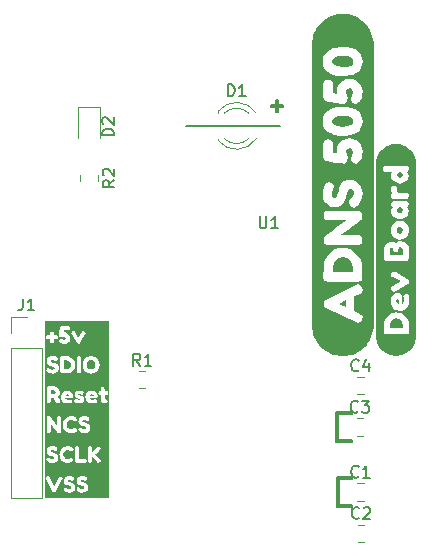
<source format=gbr>
%TF.GenerationSoftware,KiCad,Pcbnew,7.0.8*%
%TF.CreationDate,2023-12-07T15:10:26-06:00*%
%TF.ProjectId,MouseSensors,4d6f7573-6553-4656-9e73-6f72732e6b69,rev?*%
%TF.SameCoordinates,Original*%
%TF.FileFunction,Legend,Top*%
%TF.FilePolarity,Positive*%
%FSLAX46Y46*%
G04 Gerber Fmt 4.6, Leading zero omitted, Abs format (unit mm)*
G04 Created by KiCad (PCBNEW 7.0.8) date 2023-12-07 15:10:26*
%MOMM*%
%LPD*%
G01*
G04 APERTURE LIST*
%ADD10C,0.150000*%
%ADD11C,0.120000*%
G04 APERTURE END LIST*
D10*
X156900000Y-71200000D02*
X157900000Y-71200000D01*
X157400000Y-71800000D02*
X157400000Y-70800000D01*
X156900000Y-71300000D02*
X157300000Y-71300000D01*
X156900000Y-71400000D02*
X156900000Y-71300000D01*
X157900000Y-71400000D02*
X156900000Y-71400000D01*
X157900000Y-71300000D02*
X157900000Y-71400000D01*
X157300000Y-71300000D02*
X157900000Y-71300000D01*
X157500000Y-70800000D02*
X157300000Y-70800000D01*
X157500000Y-71800000D02*
X157500000Y-70800000D01*
X157300000Y-71800000D02*
X157500000Y-71800000D01*
X157300000Y-70800000D02*
X157300000Y-71800000D01*
X162500000Y-105300000D02*
X162500000Y-102800000D01*
X163700000Y-105300000D02*
X162500000Y-105300000D01*
X163700000Y-105200000D02*
X163700000Y-105300000D01*
X162600000Y-105200000D02*
X163700000Y-105200000D01*
X162600000Y-102800000D02*
X162600000Y-105200000D01*
X163800000Y-102800000D02*
X162600000Y-102800000D01*
X163800000Y-102700000D02*
X163800000Y-102900000D01*
X162500000Y-102700000D02*
X163800000Y-102700000D01*
X163800000Y-105100000D02*
X163800000Y-105400000D01*
X162700000Y-105100000D02*
X163800000Y-105100000D01*
X162700000Y-102900000D02*
X162700000Y-105100000D01*
X163800000Y-102900000D02*
X162700000Y-102900000D01*
X162500000Y-99700000D02*
X163800000Y-99700000D01*
X162500000Y-97300000D02*
X162500000Y-99700000D01*
X163800000Y-97300000D02*
X162500000Y-97300000D01*
X163800000Y-97200000D02*
X163800000Y-97400000D01*
X162400000Y-97200000D02*
X163800000Y-97200000D01*
X162400000Y-99800000D02*
X162400000Y-97200000D01*
X163800000Y-99800000D02*
X162400000Y-99800000D01*
X163800000Y-99600000D02*
X163800000Y-99800000D01*
X162600000Y-99600000D02*
X163800000Y-99600000D01*
X162600000Y-97400000D02*
X162600000Y-99600000D01*
X163800000Y-97400000D02*
X162600000Y-97400000D01*
X155955595Y-80654819D02*
X155955595Y-81464342D01*
X155955595Y-81464342D02*
X156003214Y-81559580D01*
X156003214Y-81559580D02*
X156050833Y-81607200D01*
X156050833Y-81607200D02*
X156146071Y-81654819D01*
X156146071Y-81654819D02*
X156336547Y-81654819D01*
X156336547Y-81654819D02*
X156431785Y-81607200D01*
X156431785Y-81607200D02*
X156479404Y-81559580D01*
X156479404Y-81559580D02*
X156527023Y-81464342D01*
X156527023Y-81464342D02*
X156527023Y-80654819D01*
X157527023Y-81654819D02*
X156955595Y-81654819D01*
X157241309Y-81654819D02*
X157241309Y-80654819D01*
X157241309Y-80654819D02*
X157146071Y-80797676D01*
X157146071Y-80797676D02*
X157050833Y-80892914D01*
X157050833Y-80892914D02*
X156955595Y-80940533D01*
X143654819Y-77579166D02*
X143178628Y-77912499D01*
X143654819Y-78150594D02*
X142654819Y-78150594D01*
X142654819Y-78150594D02*
X142654819Y-77769642D01*
X142654819Y-77769642D02*
X142702438Y-77674404D01*
X142702438Y-77674404D02*
X142750057Y-77626785D01*
X142750057Y-77626785D02*
X142845295Y-77579166D01*
X142845295Y-77579166D02*
X142988152Y-77579166D01*
X142988152Y-77579166D02*
X143083390Y-77626785D01*
X143083390Y-77626785D02*
X143131009Y-77674404D01*
X143131009Y-77674404D02*
X143178628Y-77769642D01*
X143178628Y-77769642D02*
X143178628Y-78150594D01*
X142750057Y-77198213D02*
X142702438Y-77150594D01*
X142702438Y-77150594D02*
X142654819Y-77055356D01*
X142654819Y-77055356D02*
X142654819Y-76817261D01*
X142654819Y-76817261D02*
X142702438Y-76722023D01*
X142702438Y-76722023D02*
X142750057Y-76674404D01*
X142750057Y-76674404D02*
X142845295Y-76626785D01*
X142845295Y-76626785D02*
X142940533Y-76626785D01*
X142940533Y-76626785D02*
X143083390Y-76674404D01*
X143083390Y-76674404D02*
X143654819Y-77245832D01*
X143654819Y-77245832D02*
X143654819Y-76626785D01*
X145833333Y-93304819D02*
X145500000Y-92828628D01*
X145261905Y-93304819D02*
X145261905Y-92304819D01*
X145261905Y-92304819D02*
X145642857Y-92304819D01*
X145642857Y-92304819D02*
X145738095Y-92352438D01*
X145738095Y-92352438D02*
X145785714Y-92400057D01*
X145785714Y-92400057D02*
X145833333Y-92495295D01*
X145833333Y-92495295D02*
X145833333Y-92638152D01*
X145833333Y-92638152D02*
X145785714Y-92733390D01*
X145785714Y-92733390D02*
X145738095Y-92781009D01*
X145738095Y-92781009D02*
X145642857Y-92828628D01*
X145642857Y-92828628D02*
X145261905Y-92828628D01*
X146785714Y-93304819D02*
X146214286Y-93304819D01*
X146500000Y-93304819D02*
X146500000Y-92304819D01*
X146500000Y-92304819D02*
X146404762Y-92447676D01*
X146404762Y-92447676D02*
X146309524Y-92542914D01*
X146309524Y-92542914D02*
X146214286Y-92590533D01*
X135891666Y-87624819D02*
X135891666Y-88339104D01*
X135891666Y-88339104D02*
X135844047Y-88481961D01*
X135844047Y-88481961D02*
X135748809Y-88577200D01*
X135748809Y-88577200D02*
X135605952Y-88624819D01*
X135605952Y-88624819D02*
X135510714Y-88624819D01*
X136891666Y-88624819D02*
X136320238Y-88624819D01*
X136605952Y-88624819D02*
X136605952Y-87624819D01*
X136605952Y-87624819D02*
X136510714Y-87767676D01*
X136510714Y-87767676D02*
X136415476Y-87862914D01*
X136415476Y-87862914D02*
X136320238Y-87910533D01*
X143604819Y-73800594D02*
X142604819Y-73800594D01*
X142604819Y-73800594D02*
X142604819Y-73562499D01*
X142604819Y-73562499D02*
X142652438Y-73419642D01*
X142652438Y-73419642D02*
X142747676Y-73324404D01*
X142747676Y-73324404D02*
X142842914Y-73276785D01*
X142842914Y-73276785D02*
X143033390Y-73229166D01*
X143033390Y-73229166D02*
X143176247Y-73229166D01*
X143176247Y-73229166D02*
X143366723Y-73276785D01*
X143366723Y-73276785D02*
X143461961Y-73324404D01*
X143461961Y-73324404D02*
X143557200Y-73419642D01*
X143557200Y-73419642D02*
X143604819Y-73562499D01*
X143604819Y-73562499D02*
X143604819Y-73800594D01*
X142700057Y-72848213D02*
X142652438Y-72800594D01*
X142652438Y-72800594D02*
X142604819Y-72705356D01*
X142604819Y-72705356D02*
X142604819Y-72467261D01*
X142604819Y-72467261D02*
X142652438Y-72372023D01*
X142652438Y-72372023D02*
X142700057Y-72324404D01*
X142700057Y-72324404D02*
X142795295Y-72276785D01*
X142795295Y-72276785D02*
X142890533Y-72276785D01*
X142890533Y-72276785D02*
X143033390Y-72324404D01*
X143033390Y-72324404D02*
X143604819Y-72895832D01*
X143604819Y-72895832D02*
X143604819Y-72276785D01*
X153256905Y-70494819D02*
X153256905Y-69494819D01*
X153256905Y-69494819D02*
X153495000Y-69494819D01*
X153495000Y-69494819D02*
X153637857Y-69542438D01*
X153637857Y-69542438D02*
X153733095Y-69637676D01*
X153733095Y-69637676D02*
X153780714Y-69732914D01*
X153780714Y-69732914D02*
X153828333Y-69923390D01*
X153828333Y-69923390D02*
X153828333Y-70066247D01*
X153828333Y-70066247D02*
X153780714Y-70256723D01*
X153780714Y-70256723D02*
X153733095Y-70351961D01*
X153733095Y-70351961D02*
X153637857Y-70447200D01*
X153637857Y-70447200D02*
X153495000Y-70494819D01*
X153495000Y-70494819D02*
X153256905Y-70494819D01*
X154780714Y-70494819D02*
X154209286Y-70494819D01*
X154495000Y-70494819D02*
X154495000Y-69494819D01*
X154495000Y-69494819D02*
X154399762Y-69637676D01*
X154399762Y-69637676D02*
X154304524Y-69732914D01*
X154304524Y-69732914D02*
X154209286Y-69780533D01*
X164333333Y-93679580D02*
X164285714Y-93727200D01*
X164285714Y-93727200D02*
X164142857Y-93774819D01*
X164142857Y-93774819D02*
X164047619Y-93774819D01*
X164047619Y-93774819D02*
X163904762Y-93727200D01*
X163904762Y-93727200D02*
X163809524Y-93631961D01*
X163809524Y-93631961D02*
X163761905Y-93536723D01*
X163761905Y-93536723D02*
X163714286Y-93346247D01*
X163714286Y-93346247D02*
X163714286Y-93203390D01*
X163714286Y-93203390D02*
X163761905Y-93012914D01*
X163761905Y-93012914D02*
X163809524Y-92917676D01*
X163809524Y-92917676D02*
X163904762Y-92822438D01*
X163904762Y-92822438D02*
X164047619Y-92774819D01*
X164047619Y-92774819D02*
X164142857Y-92774819D01*
X164142857Y-92774819D02*
X164285714Y-92822438D01*
X164285714Y-92822438D02*
X164333333Y-92870057D01*
X165190476Y-93108152D02*
X165190476Y-93774819D01*
X164952381Y-92727200D02*
X164714286Y-93441485D01*
X164714286Y-93441485D02*
X165333333Y-93441485D01*
X164283333Y-97179580D02*
X164235714Y-97227200D01*
X164235714Y-97227200D02*
X164092857Y-97274819D01*
X164092857Y-97274819D02*
X163997619Y-97274819D01*
X163997619Y-97274819D02*
X163854762Y-97227200D01*
X163854762Y-97227200D02*
X163759524Y-97131961D01*
X163759524Y-97131961D02*
X163711905Y-97036723D01*
X163711905Y-97036723D02*
X163664286Y-96846247D01*
X163664286Y-96846247D02*
X163664286Y-96703390D01*
X163664286Y-96703390D02*
X163711905Y-96512914D01*
X163711905Y-96512914D02*
X163759524Y-96417676D01*
X163759524Y-96417676D02*
X163854762Y-96322438D01*
X163854762Y-96322438D02*
X163997619Y-96274819D01*
X163997619Y-96274819D02*
X164092857Y-96274819D01*
X164092857Y-96274819D02*
X164235714Y-96322438D01*
X164235714Y-96322438D02*
X164283333Y-96370057D01*
X164616667Y-96274819D02*
X165235714Y-96274819D01*
X165235714Y-96274819D02*
X164902381Y-96655771D01*
X164902381Y-96655771D02*
X165045238Y-96655771D01*
X165045238Y-96655771D02*
X165140476Y-96703390D01*
X165140476Y-96703390D02*
X165188095Y-96751009D01*
X165188095Y-96751009D02*
X165235714Y-96846247D01*
X165235714Y-96846247D02*
X165235714Y-97084342D01*
X165235714Y-97084342D02*
X165188095Y-97179580D01*
X165188095Y-97179580D02*
X165140476Y-97227200D01*
X165140476Y-97227200D02*
X165045238Y-97274819D01*
X165045238Y-97274819D02*
X164759524Y-97274819D01*
X164759524Y-97274819D02*
X164664286Y-97227200D01*
X164664286Y-97227200D02*
X164616667Y-97179580D01*
X164383333Y-106179580D02*
X164335714Y-106227200D01*
X164335714Y-106227200D02*
X164192857Y-106274819D01*
X164192857Y-106274819D02*
X164097619Y-106274819D01*
X164097619Y-106274819D02*
X163954762Y-106227200D01*
X163954762Y-106227200D02*
X163859524Y-106131961D01*
X163859524Y-106131961D02*
X163811905Y-106036723D01*
X163811905Y-106036723D02*
X163764286Y-105846247D01*
X163764286Y-105846247D02*
X163764286Y-105703390D01*
X163764286Y-105703390D02*
X163811905Y-105512914D01*
X163811905Y-105512914D02*
X163859524Y-105417676D01*
X163859524Y-105417676D02*
X163954762Y-105322438D01*
X163954762Y-105322438D02*
X164097619Y-105274819D01*
X164097619Y-105274819D02*
X164192857Y-105274819D01*
X164192857Y-105274819D02*
X164335714Y-105322438D01*
X164335714Y-105322438D02*
X164383333Y-105370057D01*
X164764286Y-105370057D02*
X164811905Y-105322438D01*
X164811905Y-105322438D02*
X164907143Y-105274819D01*
X164907143Y-105274819D02*
X165145238Y-105274819D01*
X165145238Y-105274819D02*
X165240476Y-105322438D01*
X165240476Y-105322438D02*
X165288095Y-105370057D01*
X165288095Y-105370057D02*
X165335714Y-105465295D01*
X165335714Y-105465295D02*
X165335714Y-105560533D01*
X165335714Y-105560533D02*
X165288095Y-105703390D01*
X165288095Y-105703390D02*
X164716667Y-106274819D01*
X164716667Y-106274819D02*
X165335714Y-106274819D01*
X164333333Y-102679580D02*
X164285714Y-102727200D01*
X164285714Y-102727200D02*
X164142857Y-102774819D01*
X164142857Y-102774819D02*
X164047619Y-102774819D01*
X164047619Y-102774819D02*
X163904762Y-102727200D01*
X163904762Y-102727200D02*
X163809524Y-102631961D01*
X163809524Y-102631961D02*
X163761905Y-102536723D01*
X163761905Y-102536723D02*
X163714286Y-102346247D01*
X163714286Y-102346247D02*
X163714286Y-102203390D01*
X163714286Y-102203390D02*
X163761905Y-102012914D01*
X163761905Y-102012914D02*
X163809524Y-101917676D01*
X163809524Y-101917676D02*
X163904762Y-101822438D01*
X163904762Y-101822438D02*
X164047619Y-101774819D01*
X164047619Y-101774819D02*
X164142857Y-101774819D01*
X164142857Y-101774819D02*
X164285714Y-101822438D01*
X164285714Y-101822438D02*
X164333333Y-101870057D01*
X165285714Y-102774819D02*
X164714286Y-102774819D01*
X165000000Y-102774819D02*
X165000000Y-101774819D01*
X165000000Y-101774819D02*
X164904762Y-101917676D01*
X164904762Y-101917676D02*
X164809524Y-102012914D01*
X164809524Y-102012914D02*
X164714286Y-102060533D01*
%TO.C,kibuzzard-65722FB8*%
G36*
X143212433Y-104470720D02*
G01*
X143128428Y-104470720D01*
X142903327Y-104470720D01*
X142308396Y-104470720D01*
X140951086Y-104470720D01*
X139857690Y-104470720D01*
X138588000Y-104470720D01*
X137871572Y-104470720D01*
X137787567Y-104470720D01*
X137787567Y-102797883D01*
X137871572Y-102797883D01*
X137899704Y-102887906D01*
X138417332Y-103938166D01*
X138480160Y-104004745D01*
X138569245Y-104030064D01*
X138588000Y-104030064D01*
X138675209Y-104004745D01*
X138738037Y-103938166D01*
X138840176Y-103730927D01*
X139358816Y-103730927D01*
X139407578Y-103838766D01*
X139424457Y-103859396D01*
X139478846Y-103916598D01*
X139563242Y-103975675D01*
X139690773Y-104029126D01*
X139771887Y-104045302D01*
X139857690Y-104050694D01*
X139970426Y-104039649D01*
X140078578Y-104006516D01*
X140182145Y-103951294D01*
X140253413Y-103890107D01*
X140309677Y-103807821D01*
X140337769Y-103730927D01*
X140452212Y-103730927D01*
X140500974Y-103838766D01*
X140517853Y-103859396D01*
X140572242Y-103916598D01*
X140656638Y-103975675D01*
X140784169Y-104029126D01*
X140865283Y-104045302D01*
X140951086Y-104050694D01*
X141063822Y-104039649D01*
X141171974Y-104006516D01*
X141275541Y-103951294D01*
X141346809Y-103890107D01*
X141403073Y-103807821D01*
X141439644Y-103707718D01*
X141451835Y-103593080D01*
X141439879Y-103480787D01*
X141404011Y-103387717D01*
X141350325Y-103316684D01*
X141284919Y-103270500D01*
X141129255Y-103213299D01*
X140973591Y-103178603D01*
X140854499Y-103135467D01*
X140806675Y-103052009D01*
X140846997Y-102971364D01*
X140948273Y-102942294D01*
X141048610Y-102966675D01*
X141077680Y-102991056D01*
X141099248Y-103009811D01*
X141196772Y-103047320D01*
X141263351Y-103023877D01*
X141328054Y-102953547D01*
X141373065Y-102850396D01*
X141314926Y-102758498D01*
X141268039Y-102722865D01*
X141171948Y-102678677D01*
X141139570Y-102663787D01*
X141041811Y-102641985D01*
X140934207Y-102634718D01*
X140802820Y-102648367D01*
X140691230Y-102689315D01*
X140599436Y-102757561D01*
X140531190Y-102844145D01*
X140490242Y-102940106D01*
X140476593Y-103045445D01*
X140488549Y-103156800D01*
X140524417Y-103250808D01*
X140578103Y-103324654D01*
X140643509Y-103375526D01*
X140717590Y-103412332D01*
X140797298Y-103443981D01*
X140951086Y-103486179D01*
X141070178Y-103528377D01*
X141118002Y-103600582D01*
X141074398Y-103707484D01*
X140943584Y-103743118D01*
X140853562Y-103714048D01*
X140778543Y-103653095D01*
X140695085Y-103582765D01*
X140632257Y-103559322D01*
X140532857Y-103604333D01*
X140452212Y-103730927D01*
X140337769Y-103730927D01*
X140346248Y-103707718D01*
X140358439Y-103593080D01*
X140346483Y-103480787D01*
X140310614Y-103387717D01*
X140256929Y-103316684D01*
X140191522Y-103270500D01*
X140035859Y-103213299D01*
X139880195Y-103178603D01*
X139761103Y-103135467D01*
X139713279Y-103052009D01*
X139753601Y-102971364D01*
X139854876Y-102942294D01*
X139955214Y-102966675D01*
X139984284Y-102991056D01*
X140005851Y-103009811D01*
X140103376Y-103047320D01*
X140169955Y-103023877D01*
X140234658Y-102953547D01*
X140279669Y-102850396D01*
X140221530Y-102758498D01*
X140174643Y-102722865D01*
X140046174Y-102663787D01*
X139948415Y-102641985D01*
X139840810Y-102634718D01*
X139727376Y-102646502D01*
X139709424Y-102648367D01*
X139597834Y-102689315D01*
X139506040Y-102757561D01*
X139437794Y-102844145D01*
X139396846Y-102940106D01*
X139383197Y-103045445D01*
X139395153Y-103156800D01*
X139431021Y-103250808D01*
X139484706Y-103324654D01*
X139550113Y-103375526D01*
X139624194Y-103412332D01*
X139703901Y-103443981D01*
X139857690Y-103486179D01*
X139976782Y-103528377D01*
X140024606Y-103600582D01*
X139981001Y-103707484D01*
X139850188Y-103743118D01*
X139760165Y-103714048D01*
X139685147Y-103653095D01*
X139601689Y-103582765D01*
X139538861Y-103559322D01*
X139439461Y-103604333D01*
X139358816Y-103730927D01*
X138840176Y-103730927D01*
X139255665Y-102887906D01*
X139283797Y-102797883D01*
X139256134Y-102735055D01*
X139173145Y-102677853D01*
X139062492Y-102645971D01*
X138983660Y-102694345D01*
X138979972Y-102696608D01*
X138953715Y-102752872D01*
X138578622Y-103574326D01*
X138512043Y-103430853D01*
X138451091Y-103298398D01*
X138396923Y-103180839D01*
X138386387Y-103157972D01*
X138321918Y-103017547D01*
X138261669Y-102885092D01*
X138214548Y-102781942D01*
X138189463Y-102729429D01*
X138158518Y-102679729D01*
X138126635Y-102653472D01*
X138076935Y-102645971D01*
X137982224Y-102677853D01*
X137899235Y-102735055D01*
X137871572Y-102797883D01*
X137787567Y-102797883D01*
X137787567Y-101206511D01*
X137890990Y-101206511D01*
X137940442Y-101315877D01*
X137957560Y-101336799D01*
X138012718Y-101394810D01*
X138098309Y-101454723D01*
X138227645Y-101508930D01*
X138309907Y-101525335D01*
X138396923Y-101530803D01*
X138511255Y-101519602D01*
X138620937Y-101486000D01*
X138725970Y-101429997D01*
X138798246Y-101367944D01*
X138855307Y-101284493D01*
X138892396Y-101182974D01*
X138904759Y-101066714D01*
X138892633Y-100952831D01*
X138856258Y-100858444D01*
X138818164Y-100808041D01*
X138999859Y-100808041D01*
X139012460Y-100950929D01*
X139050262Y-101082881D01*
X139107560Y-101197952D01*
X139178647Y-101290199D01*
X139261622Y-101364853D01*
X139354583Y-101427144D01*
X139451110Y-101475169D01*
X139544783Y-101507028D01*
X139636555Y-101524859D01*
X139727376Y-101530803D01*
X139819385Y-101523195D01*
X139914723Y-101500371D01*
X140043109Y-101450919D01*
X140108728Y-101410977D01*
X140168641Y-101363427D01*
X140176711Y-101342505D01*
X140319850Y-101342505D01*
X140331262Y-101439507D01*
X140381665Y-101493714D01*
X140487227Y-101511783D01*
X141171948Y-101511783D01*
X141270853Y-101492763D01*
X141303187Y-101450919D01*
X141312697Y-101370084D01*
X141309452Y-101342505D01*
X141436327Y-101342505D01*
X141447739Y-101439507D01*
X141498142Y-101493714D01*
X141603703Y-101511783D01*
X141701657Y-101498944D01*
X141752060Y-101460429D01*
X141770129Y-101410977D01*
X141772982Y-101344407D01*
X141772982Y-100973516D01*
X142191423Y-101450919D01*
X142308396Y-101530803D01*
X142432977Y-101465184D01*
X142509058Y-101351064D01*
X142446291Y-101232188D01*
X142374847Y-101153136D01*
X142282244Y-101056728D01*
X142168480Y-100942965D01*
X142033556Y-100811845D01*
X142109637Y-100739569D01*
X142250808Y-100601779D01*
X142364928Y-100485123D01*
X142451998Y-100389600D01*
X142509058Y-100274529D01*
X142432977Y-100160409D01*
X142307445Y-100094789D01*
X142191423Y-100172772D01*
X142105357Y-100272508D01*
X142006928Y-100385321D01*
X141896137Y-100511210D01*
X141772982Y-100650175D01*
X141772982Y-100286892D01*
X141763472Y-100187988D01*
X141762161Y-100186653D01*
X141711642Y-100135207D01*
X141605605Y-100117614D01*
X141507652Y-100130452D01*
X141457249Y-100168968D01*
X141439180Y-100219371D01*
X141436327Y-100284990D01*
X141436327Y-101342505D01*
X141309452Y-101342505D01*
X141303187Y-101289248D01*
X141265147Y-101244551D01*
X141173850Y-101230286D01*
X141103968Y-101230286D01*
X140656505Y-101230286D01*
X140656505Y-100286892D01*
X140646995Y-100187988D01*
X140595165Y-100135207D01*
X140489129Y-100117614D01*
X140391175Y-100130452D01*
X140340772Y-100168968D01*
X140322703Y-100219371D01*
X140319850Y-100284990D01*
X140319850Y-101342505D01*
X140176711Y-101342505D01*
X140194318Y-101296856D01*
X140152474Y-101190344D01*
X140086379Y-101110460D01*
X140025039Y-101083832D01*
X139933743Y-101121872D01*
X139899507Y-101146598D01*
X139824378Y-101177030D01*
X139713111Y-101192246D01*
X139589956Y-101171324D01*
X139471556Y-101108558D01*
X139374554Y-100988732D01*
X139346024Y-100907659D01*
X139336514Y-100816600D01*
X139346024Y-100725542D01*
X139374554Y-100644469D01*
X139469654Y-100526545D01*
X139590431Y-100462352D01*
X139713111Y-100440954D01*
X139832937Y-100457121D01*
X139926135Y-100505622D01*
X140023137Y-100547467D01*
X140085904Y-100521790D01*
X140156278Y-100444758D01*
X140196220Y-100339197D01*
X140146768Y-100248852D01*
X140093512Y-100214616D01*
X140047864Y-100187988D01*
X140018733Y-100176296D01*
X139908066Y-100131879D01*
X139816532Y-100111194D01*
X139726425Y-100104299D01*
X139601104Y-100115712D01*
X139476205Y-100149948D01*
X139351730Y-100207008D01*
X139258294Y-100266683D01*
X139175794Y-100339197D01*
X139105658Y-100428591D01*
X139049311Y-100538908D01*
X139012222Y-100666580D01*
X138999859Y-100808041D01*
X138818164Y-100808041D01*
X138801813Y-100786406D01*
X138735480Y-100739569D01*
X138659876Y-100707948D01*
X138577614Y-100681558D01*
X138419748Y-100646371D01*
X138298970Y-100602625D01*
X138250469Y-100517986D01*
X138291362Y-100436199D01*
X138394070Y-100406718D01*
X138495828Y-100431444D01*
X138525309Y-100456170D01*
X138547182Y-100475190D01*
X138646086Y-100513231D01*
X138713607Y-100489455D01*
X138779226Y-100418130D01*
X138824875Y-100313520D01*
X138765912Y-100220322D01*
X138718362Y-100184184D01*
X138588075Y-100124271D01*
X138488933Y-100102160D01*
X138379805Y-100094789D01*
X138246559Y-100108632D01*
X138133390Y-100150159D01*
X138040298Y-100219371D01*
X137971086Y-100307180D01*
X137929559Y-100404499D01*
X137915716Y-100511329D01*
X137927842Y-100624260D01*
X137964217Y-100719598D01*
X138018662Y-100794489D01*
X138084995Y-100846081D01*
X138160124Y-100883408D01*
X138240959Y-100915505D01*
X138396923Y-100958300D01*
X138517701Y-101001095D01*
X138566202Y-101074322D01*
X138521980Y-101182736D01*
X138389315Y-101218874D01*
X138298019Y-101189393D01*
X138221939Y-101127578D01*
X138137300Y-101056253D01*
X138073583Y-101032478D01*
X137972776Y-101078126D01*
X137890990Y-101206511D01*
X137787567Y-101206511D01*
X137787567Y-98819918D01*
X137920612Y-98819918D01*
X137923506Y-98887444D01*
X137941835Y-98939535D01*
X137991997Y-98978604D01*
X138088462Y-98991627D01*
X138187821Y-98978604D01*
X138238948Y-98939535D01*
X138257276Y-98889374D01*
X138260170Y-98821848D01*
X138260170Y-98187106D01*
X138314084Y-98257419D01*
X138384503Y-98350025D01*
X138471429Y-98464926D01*
X138574862Y-98602121D01*
X138694800Y-98761611D01*
X138831245Y-98943394D01*
X138879478Y-98980051D01*
X138983660Y-98991627D01*
X139083019Y-98978604D01*
X139134146Y-98939535D01*
X139152474Y-98889374D01*
X139155368Y-98821848D01*
X139155368Y-98277783D01*
X139280773Y-98277783D01*
X139293555Y-98422723D01*
X139331900Y-98556568D01*
X139390020Y-98673291D01*
X139462128Y-98766863D01*
X139546294Y-98842588D01*
X139640589Y-98905773D01*
X139738501Y-98954488D01*
X139833519Y-98986803D01*
X139926608Y-99004891D01*
X140018733Y-99010920D01*
X140112063Y-99003203D01*
X140208770Y-98980051D01*
X140338998Y-98929889D01*
X140405559Y-98889374D01*
X140466332Y-98841141D01*
X140492378Y-98773615D01*
X140456376Y-98681973D01*
X140590772Y-98681973D01*
X140640934Y-98792908D01*
X140658298Y-98814131D01*
X140714248Y-98872974D01*
X140801067Y-98933748D01*
X140932259Y-98988733D01*
X141015702Y-99005373D01*
X141103968Y-99010920D01*
X141219940Y-98999558D01*
X141331197Y-98965474D01*
X141437738Y-98908667D01*
X141511051Y-98845723D01*
X141568930Y-98761075D01*
X141606552Y-98658098D01*
X141619092Y-98540169D01*
X141606793Y-98424652D01*
X141569895Y-98328910D01*
X141514669Y-98255838D01*
X141447384Y-98208328D01*
X141370694Y-98176254D01*
X141287252Y-98149485D01*
X141127119Y-98113792D01*
X141004608Y-98069418D01*
X140955411Y-97983564D01*
X140996891Y-97900604D01*
X141101074Y-97870700D01*
X141204292Y-97895781D01*
X141234196Y-97920862D01*
X141256383Y-97940155D01*
X141356707Y-97978741D01*
X141425197Y-97954625D01*
X141491758Y-97882276D01*
X141538061Y-97776164D01*
X141478253Y-97681628D01*
X141430020Y-97644971D01*
X141297863Y-97584198D01*
X141197298Y-97561770D01*
X141086604Y-97554294D01*
X140951445Y-97568335D01*
X140836651Y-97610458D01*
X140742223Y-97680663D01*
X140672017Y-97769733D01*
X140649377Y-97822790D01*
X140629894Y-97868449D01*
X140615853Y-97976812D01*
X140628152Y-98091364D01*
X140665050Y-98188071D01*
X140720277Y-98264037D01*
X140787561Y-98316370D01*
X140863769Y-98354232D01*
X140945764Y-98386789D01*
X141103968Y-98430199D01*
X141226479Y-98473608D01*
X141275676Y-98547886D01*
X141230819Y-98657857D01*
X141096250Y-98694514D01*
X141003644Y-98664609D01*
X140926471Y-98601907D01*
X140840617Y-98529558D01*
X140775986Y-98505442D01*
X140673732Y-98551745D01*
X140590772Y-98681973D01*
X140456376Y-98681973D01*
X140449933Y-98665574D01*
X140382889Y-98584543D01*
X140320669Y-98557533D01*
X140228063Y-98596119D01*
X140193335Y-98621200D01*
X140117127Y-98652069D01*
X140004263Y-98667503D01*
X139879340Y-98646281D01*
X139759241Y-98582614D01*
X139660847Y-98461068D01*
X139631907Y-98378831D01*
X139622260Y-98286465D01*
X139631907Y-98194100D01*
X139660847Y-98111863D01*
X139757312Y-97992246D01*
X139879823Y-97927132D01*
X140004263Y-97905427D01*
X140125809Y-97921826D01*
X140220345Y-97971024D01*
X140318740Y-98013468D01*
X140382407Y-97987423D01*
X140453791Y-97909286D01*
X140494307Y-97802209D01*
X140444145Y-97710567D01*
X140390124Y-97675840D01*
X140343821Y-97648830D01*
X140202017Y-97591915D01*
X140109169Y-97570934D01*
X140017768Y-97563940D01*
X139890648Y-97575516D01*
X139763957Y-97610243D01*
X139683399Y-97647172D01*
X139637695Y-97668123D01*
X139542918Y-97728655D01*
X139459234Y-97802209D01*
X139388091Y-97892887D01*
X139330935Y-98004787D01*
X139293314Y-98134291D01*
X139280773Y-98277783D01*
X139155368Y-98277783D01*
X139155368Y-97751083D01*
X139143792Y-97652688D01*
X139119676Y-97612173D01*
X139069514Y-97589021D01*
X138980766Y-97579375D01*
X138889124Y-97590950D01*
X138834139Y-97636289D01*
X138827035Y-97677790D01*
X138815810Y-97743366D01*
X138815810Y-98395471D01*
X138762647Y-98325855D01*
X138694478Y-98235339D01*
X138611304Y-98123921D01*
X138513124Y-97991603D01*
X138399938Y-97838384D01*
X138271746Y-97664264D01*
X138227372Y-97614102D01*
X138180104Y-97589986D01*
X138088462Y-97579375D01*
X137993926Y-97590950D01*
X137938941Y-97636289D01*
X137920612Y-97743366D01*
X137920612Y-98819918D01*
X137787567Y-98819918D01*
X137787567Y-96295304D01*
X137921736Y-96295304D01*
X137933481Y-96397089D01*
X137985352Y-96451407D01*
X138093988Y-96469513D01*
X138194794Y-96456301D01*
X138246665Y-96416663D01*
X138265260Y-96364792D01*
X138268197Y-96297262D01*
X138268197Y-96076075D01*
X138514829Y-96076075D01*
X138575509Y-96072160D01*
X138651630Y-96252459D01*
X138702522Y-96370555D01*
X138728186Y-96426450D01*
X138764398Y-96464620D01*
X138827035Y-96483215D01*
X138927841Y-96455811D01*
X139018861Y-96399047D01*
X139049200Y-96330537D01*
X139019839Y-96228753D01*
X138941543Y-96050140D01*
X138903407Y-95960588D01*
X139127496Y-95960588D01*
X139141198Y-96086950D01*
X139182304Y-96205046D01*
X139250813Y-96314878D01*
X139325928Y-96389015D01*
X139426000Y-96447003D01*
X139546625Y-96484438D01*
X139683399Y-96496917D01*
X139865804Y-96486029D01*
X139996094Y-96453365D01*
X140074268Y-96398924D01*
X140100326Y-96322708D01*
X140095347Y-96305091D01*
X140249088Y-96305091D01*
X140286279Y-96379473D01*
X140404049Y-96440370D01*
X140525082Y-96476908D01*
X140649377Y-96489087D01*
X140822363Y-96473917D01*
X140963540Y-96428408D01*
X141070219Y-96321729D01*
X141098846Y-96242699D01*
X141108388Y-96148499D01*
X141098846Y-96055278D01*
X141070219Y-95979184D01*
X141051623Y-95960588D01*
X141206258Y-95960588D01*
X141219960Y-96086950D01*
X141261066Y-96205046D01*
X141329575Y-96314878D01*
X141404690Y-96389015D01*
X141504762Y-96447003D01*
X141625387Y-96484438D01*
X141762161Y-96496917D01*
X141944566Y-96486029D01*
X142074856Y-96453365D01*
X142153030Y-96398924D01*
X142179088Y-96322708D01*
X142153641Y-96232667D01*
X142045984Y-96144584D01*
X141967688Y-96166116D01*
X141946157Y-96173945D01*
X141869329Y-96191562D01*
X141768033Y-96197434D01*
X141638844Y-96160243D01*
X141574250Y-96068245D01*
X142038155Y-96068245D01*
X142170279Y-96010502D01*
X142215055Y-95937099D01*
X142229980Y-95832378D01*
X142213342Y-95716647D01*
X142176280Y-95637617D01*
X142308276Y-95637617D01*
X142336658Y-95751146D01*
X142408104Y-95784422D01*
X142488357Y-95778550D01*
X142488357Y-96068245D01*
X142500102Y-96200261D01*
X142535335Y-96304004D01*
X142594057Y-96379473D01*
X142675398Y-96430583D01*
X142778488Y-96461248D01*
X142903327Y-96471470D01*
X142968900Y-96468534D01*
X143020771Y-96451896D01*
X143061876Y-96400515D01*
X143075578Y-96301176D01*
X143030558Y-96170030D01*
X142978687Y-96151435D01*
X142908220Y-96148499D01*
X142845583Y-96125010D01*
X142828945Y-96048671D01*
X142828945Y-95778550D01*
X142956176Y-95786379D01*
X143023707Y-95783443D01*
X143075578Y-95766805D01*
X143115215Y-95715424D01*
X143128428Y-95616085D01*
X143115705Y-95515769D01*
X143077535Y-95465365D01*
X143025664Y-95446770D01*
X142959113Y-95443834D01*
X142828945Y-95451664D01*
X142828945Y-95259838D01*
X142819158Y-95160011D01*
X142766798Y-95105693D01*
X142660609Y-95087587D01*
X142560292Y-95099820D01*
X142509889Y-95136522D01*
X142491293Y-95183499D01*
X142488357Y-95250051D01*
X142488357Y-95451664D01*
X142423763Y-95443834D01*
X142345467Y-95469280D01*
X142318063Y-95521151D01*
X142308276Y-95637617D01*
X142176280Y-95637617D01*
X142163428Y-95610213D01*
X142062513Y-95503643D01*
X141929410Y-95439702D01*
X141764118Y-95418388D01*
X141685002Y-95427026D01*
X141613724Y-95434808D01*
X141480947Y-95484069D01*
X141365787Y-95566172D01*
X141277160Y-95675677D01*
X141223984Y-95807150D01*
X141206258Y-95960588D01*
X141051623Y-95960588D01*
X140975285Y-95884250D01*
X140851968Y-95835315D01*
X140724737Y-95809868D01*
X140624910Y-95781975D01*
X140591634Y-95733530D01*
X140707121Y-95690467D01*
X140845117Y-95719828D01*
X140932222Y-95749189D01*
X141020305Y-95680680D01*
X141063368Y-95565193D01*
X140994859Y-95486897D01*
X140850011Y-95436983D01*
X140709078Y-95420345D01*
X140654097Y-95424793D01*
X140556166Y-95432716D01*
X140437234Y-95469828D01*
X140352283Y-95531682D01*
X140301312Y-95618278D01*
X140284322Y-95729615D01*
X140293619Y-95826262D01*
X140321512Y-95908717D01*
X140415468Y-96019310D01*
X140537316Y-96079501D01*
X140660143Y-96111308D01*
X140758502Y-96133818D01*
X140791289Y-96166116D01*
X140671887Y-96213093D01*
X140523125Y-96165137D01*
X140392957Y-96117181D01*
X140323470Y-96150456D01*
X140267684Y-96240986D01*
X140249088Y-96305091D01*
X140095347Y-96305091D01*
X140074879Y-96232667D01*
X139967222Y-96144584D01*
X139888926Y-96166116D01*
X139867395Y-96173945D01*
X139790567Y-96191562D01*
X139689271Y-96197434D01*
X139560082Y-96160243D01*
X139495488Y-96068245D01*
X139959393Y-96068245D01*
X140091517Y-96010502D01*
X140136293Y-95937099D01*
X140151218Y-95832378D01*
X140134580Y-95716647D01*
X140084666Y-95610213D01*
X139983751Y-95503643D01*
X139850648Y-95439702D01*
X139685356Y-95418388D01*
X139619219Y-95425609D01*
X139534962Y-95434808D01*
X139402185Y-95484069D01*
X139287025Y-95566172D01*
X139198398Y-95675677D01*
X139145222Y-95807150D01*
X139127496Y-95960588D01*
X138903407Y-95960588D01*
X138886736Y-95921440D01*
X138968294Y-95817480D01*
X139017229Y-95696121D01*
X139033541Y-95557363D01*
X139020818Y-95436004D01*
X138982649Y-95326390D01*
X138924905Y-95233413D01*
X138853460Y-95161968D01*
X138744063Y-95092371D01*
X138632491Y-95050613D01*
X138518744Y-95036694D01*
X138421462Y-95036694D01*
X138095945Y-95036694D01*
X137995139Y-95049907D01*
X137943268Y-95089544D01*
X137924672Y-95141415D01*
X137921736Y-95208946D01*
X137921736Y-96295304D01*
X137787567Y-96295304D01*
X137787567Y-93632508D01*
X137893098Y-93632508D01*
X137944743Y-93746722D01*
X137962620Y-93768572D01*
X138020223Y-93829155D01*
X138109608Y-93891724D01*
X138244679Y-93948335D01*
X138330588Y-93965467D01*
X138421462Y-93971178D01*
X138540863Y-93959480D01*
X138655408Y-93924388D01*
X138765097Y-93865902D01*
X138840578Y-93801098D01*
X138860102Y-93772545D01*
X139080924Y-93772545D01*
X139104760Y-93899670D01*
X139157397Y-93936913D01*
X139255721Y-93949328D01*
X139619219Y-93949328D01*
X139765525Y-93935796D01*
X139900533Y-93895200D01*
X140024244Y-93827541D01*
X140087154Y-93774531D01*
X140479300Y-93774531D01*
X140491218Y-93875834D01*
X140543856Y-93932444D01*
X140654097Y-93951314D01*
X140756393Y-93937907D01*
X140809031Y-93897683D01*
X140827901Y-93846039D01*
X140830880Y-93776517D01*
X140830880Y-93236235D01*
X140959992Y-93236235D01*
X140973213Y-93381982D01*
X141012878Y-93517301D01*
X141078986Y-93642192D01*
X141171536Y-93756654D01*
X141282957Y-93852246D01*
X141405675Y-93920526D01*
X141539690Y-93961494D01*
X141685002Y-93975150D01*
X141830004Y-93961308D01*
X141963089Y-93919781D01*
X142084255Y-93850570D01*
X142193503Y-93753674D01*
X142283881Y-93637102D01*
X142348437Y-93508859D01*
X142387170Y-93368947D01*
X142400081Y-93217365D01*
X142386549Y-93066342D01*
X142345954Y-92928106D01*
X142278294Y-92802657D01*
X142183571Y-92689995D01*
X142070475Y-92597010D01*
X141947695Y-92530592D01*
X141815231Y-92490741D01*
X141673084Y-92477457D01*
X141538014Y-92491362D01*
X141406916Y-92533075D01*
X141285253Y-92599120D01*
X141178488Y-92686022D01*
X141089103Y-92795022D01*
X141019582Y-92927361D01*
X140974889Y-93076584D01*
X140959992Y-93236235D01*
X140830880Y-93236235D01*
X140830880Y-92672118D01*
X140820949Y-92568829D01*
X140766821Y-92513708D01*
X140656083Y-92495334D01*
X140620652Y-92499978D01*
X140553787Y-92508742D01*
X140501150Y-92548965D01*
X140482280Y-92601603D01*
X140479300Y-92670131D01*
X140479300Y-93774531D01*
X140087154Y-93774531D01*
X140136658Y-93732818D01*
X140230078Y-93619163D01*
X140296806Y-93494707D01*
X140336843Y-93359450D01*
X140350189Y-93213393D01*
X140336533Y-93067894D01*
X140295565Y-92934313D01*
X140227284Y-92812651D01*
X140131692Y-92702906D01*
X140018099Y-92612093D01*
X139895816Y-92547227D01*
X139764842Y-92508308D01*
X139625178Y-92495334D01*
X139418034Y-92494215D01*
X139257707Y-92493348D01*
X139155411Y-92506756D01*
X139102773Y-92546979D01*
X139083903Y-92598623D01*
X139080924Y-92668145D01*
X139080924Y-93772545D01*
X138860102Y-93772545D01*
X138900168Y-93713948D01*
X138938901Y-93607927D01*
X138951812Y-93486513D01*
X138939149Y-93367581D01*
X138901161Y-93269010D01*
X138844302Y-93193778D01*
X138775029Y-93144864D01*
X138696072Y-93111841D01*
X138610163Y-93084281D01*
X138524255Y-93062680D01*
X138445298Y-93047534D01*
X138319166Y-93001848D01*
X138268515Y-92913457D01*
X138311221Y-92828045D01*
X138418483Y-92797256D01*
X138524751Y-92823079D01*
X138555539Y-92848901D01*
X138578382Y-92868764D01*
X138681671Y-92908491D01*
X138752186Y-92883662D01*
X138820714Y-92809174D01*
X138868386Y-92699926D01*
X138806810Y-92602596D01*
X138757152Y-92564856D01*
X138621088Y-92502286D01*
X138517551Y-92479195D01*
X138403585Y-92471498D01*
X138374689Y-92474500D01*
X138264432Y-92485954D01*
X138146245Y-92529323D01*
X138049025Y-92601603D01*
X137976745Y-92693305D01*
X137933377Y-92794939D01*
X137918921Y-92906505D01*
X137931583Y-93024443D01*
X137969572Y-93124008D01*
X138026431Y-93202220D01*
X138095704Y-93256099D01*
X138174164Y-93295080D01*
X138258583Y-93328600D01*
X138343002Y-93355167D01*
X138421462Y-93373292D01*
X138547594Y-93417985D01*
X138598245Y-93494458D01*
X138552063Y-93607679D01*
X138413517Y-93645419D01*
X138318173Y-93614631D01*
X138238720Y-93550076D01*
X138150328Y-93475588D01*
X138083786Y-93450759D01*
X137978511Y-93498431D01*
X137914451Y-93573663D01*
X137893098Y-93632508D01*
X137787567Y-93632508D01*
X137787567Y-90878740D01*
X137893843Y-90878740D01*
X137903924Y-90970473D01*
X137944246Y-91021885D01*
X138041020Y-91038014D01*
X138216423Y-91038014D01*
X138216423Y-91199304D01*
X138234568Y-91310190D01*
X138282955Y-91347489D01*
X138374689Y-91358577D01*
X138466423Y-91347489D01*
X138517834Y-91304142D01*
X138534971Y-91201320D01*
X138534971Y-91191239D01*
X138936180Y-91191239D01*
X139012793Y-91312207D01*
X139028922Y-91326319D01*
X139079325Y-91364626D01*
X139184163Y-91417269D01*
X139297066Y-91448855D01*
X139418034Y-91459384D01*
X139554010Y-91442695D01*
X139674306Y-91392628D01*
X139778920Y-91309182D01*
X139859565Y-91202552D01*
X139907952Y-91082928D01*
X139924081Y-90950312D01*
X139907056Y-90818368D01*
X139855981Y-90700761D01*
X139770856Y-90597490D01*
X139678439Y-90527934D01*
X140004726Y-90527934D01*
X140045049Y-90636805D01*
X140464403Y-91354545D01*
X140482548Y-91376723D01*
X140537991Y-91420069D01*
X140620652Y-91441239D01*
X140708354Y-91414021D01*
X140772870Y-91352529D01*
X141190208Y-90636805D01*
X141230530Y-90525918D01*
X141204320Y-90457370D01*
X141125692Y-90392854D01*
X141014805Y-90350515D01*
X140950289Y-90367652D01*
X140915007Y-90401926D01*
X140881740Y-90457370D01*
X140617628Y-90965433D01*
X140353516Y-90457370D01*
X140300088Y-90375717D01*
X140230532Y-90348499D01*
X140109565Y-90392854D01*
X140030936Y-90457874D01*
X140004726Y-90527934D01*
X139678439Y-90527934D01*
X139664449Y-90517405D01*
X139549530Y-90469354D01*
X139426098Y-90453337D01*
X139355534Y-90457370D01*
X139375695Y-90304144D01*
X139728517Y-90304144D01*
X139794041Y-90301120D01*
X139843436Y-90281967D01*
X139881238Y-90232068D01*
X139893839Y-90134790D01*
X139880230Y-90027935D01*
X139839404Y-89973500D01*
X139786985Y-89954346D01*
X139716420Y-89951322D01*
X139526904Y-89951322D01*
X139220453Y-89949306D01*
X139138800Y-89968459D01*
X139086381Y-90011806D01*
X139057147Y-90066241D01*
X139043034Y-90108580D01*
X139031442Y-90192249D01*
X139000696Y-90419063D01*
X138970454Y-90649406D01*
X138960373Y-90743659D01*
X138982551Y-90793054D01*
X139076301Y-90854546D01*
X139203316Y-90892853D01*
X139313195Y-90846482D01*
X139409969Y-90810191D01*
X139517832Y-90849506D01*
X139565211Y-90956361D01*
X139521864Y-91062207D01*
X139388800Y-91100513D01*
X139262792Y-91058175D01*
X139127712Y-90993659D01*
X139010776Y-91060191D01*
X138936180Y-91191239D01*
X138534971Y-91191239D01*
X138534971Y-91038014D01*
X138708358Y-91038014D01*
X138811180Y-91019868D01*
X138845454Y-90971481D01*
X138855535Y-90879748D01*
X138844446Y-90788014D01*
X138801099Y-90736603D01*
X138698277Y-90719466D01*
X138534971Y-90719466D01*
X138534971Y-90558176D01*
X138516826Y-90447289D01*
X138467431Y-90409991D01*
X138375697Y-90398902D01*
X138283963Y-90409991D01*
X138232552Y-90453337D01*
X138216423Y-90556160D01*
X138216423Y-90719466D01*
X138055133Y-90719466D01*
X137944246Y-90737611D01*
X137904932Y-90787006D01*
X137893843Y-90878740D01*
X137787567Y-90878740D01*
X137787567Y-89529280D01*
X137871572Y-89529280D01*
X143128428Y-89529280D01*
X143212433Y-89529280D01*
X143212433Y-104470720D01*
G37*
G36*
X141813369Y-92856350D02*
G01*
X141934287Y-92938286D01*
X141997739Y-93019063D01*
X142035810Y-93115731D01*
X142048501Y-93228290D01*
X142035921Y-93340628D01*
X141998180Y-93436634D01*
X141935280Y-93516308D01*
X141815107Y-93596754D01*
X141681030Y-93623570D01*
X141546704Y-93596009D01*
X141425786Y-93513328D01*
X141340126Y-93386452D01*
X141311572Y-93226304D01*
X141339878Y-93066156D01*
X141424793Y-92939279D01*
X141544966Y-92856598D01*
X141679043Y-92829038D01*
X141813369Y-92856350D01*
G37*
G36*
X139764470Y-92873978D02*
G01*
X139886381Y-92955170D01*
X139970551Y-93076584D01*
X139998608Y-93224317D01*
X139969806Y-93371554D01*
X139883401Y-93491479D01*
X139761242Y-93571180D01*
X139625178Y-93597747D01*
X139432504Y-93597747D01*
X139432504Y-92846915D01*
X139623192Y-92846915D01*
X139764470Y-92873978D01*
G37*
G36*
X138632273Y-95427196D02*
G01*
X138689038Y-95557363D01*
X138632273Y-95686552D01*
X138518744Y-95729615D01*
X138268197Y-95729615D01*
X138268197Y-95383154D01*
X138514829Y-95383154D01*
X138632273Y-95427196D01*
G37*
G36*
X141857095Y-95755061D02*
G01*
X141891349Y-95827485D01*
X141816968Y-95890122D01*
X141570335Y-95890122D01*
X141632972Y-95779529D01*
X141759225Y-95727657D01*
X141857095Y-95755061D01*
G37*
G36*
X139778333Y-95755061D02*
G01*
X139812587Y-95827485D01*
X139738206Y-95890122D01*
X139491573Y-95890122D01*
X139554210Y-95779529D01*
X139680463Y-95727657D01*
X139778333Y-95755061D01*
G37*
%TO.C,kibuzzard-65722F5A*%
G36*
X169218310Y-78915141D02*
G01*
X169218310Y-79616657D01*
X169218310Y-81838364D01*
X169218310Y-83424276D01*
X169218310Y-86171762D01*
X169218310Y-87841971D01*
X169218310Y-89847936D01*
X169218310Y-90622319D01*
X169218310Y-90741381D01*
X169210036Y-90909805D01*
X169185293Y-91076607D01*
X169144320Y-91240180D01*
X169087511Y-91398950D01*
X169015414Y-91551387D01*
X168928723Y-91696023D01*
X168828272Y-91831465D01*
X168715029Y-91956410D01*
X168590084Y-92069653D01*
X168454642Y-92170104D01*
X168310006Y-92256795D01*
X168157569Y-92328893D01*
X167998799Y-92385701D01*
X167835226Y-92426674D01*
X167668424Y-92451417D01*
X167500000Y-92459691D01*
X167331576Y-92451417D01*
X167164774Y-92426674D01*
X167001201Y-92385701D01*
X166842431Y-92328893D01*
X166689994Y-92256795D01*
X166545358Y-92170104D01*
X166409916Y-92069653D01*
X166284971Y-91956410D01*
X166171728Y-91831465D01*
X166071277Y-91696023D01*
X165984586Y-91551387D01*
X165912489Y-91398950D01*
X165855680Y-91240180D01*
X165814707Y-91076607D01*
X165789964Y-90909805D01*
X165781690Y-90741381D01*
X165781690Y-90622319D01*
X165781690Y-90368001D01*
X166488445Y-90368001D01*
X166507733Y-90515162D01*
X166565597Y-90590886D01*
X166639892Y-90618032D01*
X166739905Y-90622319D01*
X168328675Y-90622319D01*
X168511555Y-90588029D01*
X168565133Y-90512305D01*
X168582992Y-90370859D01*
X168582992Y-89847936D01*
X168563526Y-89637463D01*
X168505126Y-89443243D01*
X168407792Y-89265274D01*
X168271525Y-89103557D01*
X168108022Y-88969166D01*
X167928982Y-88873171D01*
X167734404Y-88815575D01*
X167524289Y-88796376D01*
X167314977Y-88816021D01*
X167122810Y-88874957D01*
X166947788Y-88973184D01*
X166789911Y-89110701D01*
X166659270Y-89274114D01*
X166565955Y-89450029D01*
X166509966Y-89638446D01*
X166491302Y-89839364D01*
X166488445Y-90368001D01*
X165781690Y-90368001D01*
X165781690Y-87839114D01*
X167048515Y-87839114D01*
X167072486Y-88058665D01*
X167144400Y-88252499D01*
X167264256Y-88420615D01*
X167424117Y-88549996D01*
X167616046Y-88627625D01*
X167840042Y-88653501D01*
X168024510Y-88633499D01*
X168196912Y-88573491D01*
X168357250Y-88473479D01*
X168465478Y-88363822D01*
X168550131Y-88217732D01*
X168604781Y-88041639D01*
X168622998Y-87841971D01*
X168607103Y-87575688D01*
X168559418Y-87385486D01*
X168479944Y-87271364D01*
X168368680Y-87233324D01*
X168237235Y-87270471D01*
X168108648Y-87427634D01*
X168140080Y-87541934D01*
X168151510Y-87573366D01*
X168177228Y-87685523D01*
X168185800Y-87833399D01*
X168131508Y-88021994D01*
X167997205Y-88116291D01*
X167997205Y-87439064D01*
X167912909Y-87246182D01*
X167805753Y-87180817D01*
X167652876Y-87159029D01*
X167483927Y-87183317D01*
X167328550Y-87256184D01*
X167206035Y-87362268D01*
X167118524Y-87494785D01*
X167066017Y-87653733D01*
X167048515Y-87839114D01*
X165781690Y-87839114D01*
X165781690Y-86724689D01*
X167051372Y-86724689D01*
X167114237Y-86896139D01*
X167206392Y-87007581D01*
X167305690Y-87044729D01*
X167459995Y-86987579D01*
X168477265Y-86393219D01*
X168508698Y-86367501D01*
X168570134Y-86288920D01*
X168600138Y-86171762D01*
X168561561Y-86047461D01*
X168474408Y-85956021D01*
X167459995Y-85364519D01*
X167302832Y-85307369D01*
X167205678Y-85344516D01*
X167114237Y-85455959D01*
X167054230Y-85613121D01*
X167078519Y-85704561D01*
X167127096Y-85754567D01*
X167205677Y-85801716D01*
X167925767Y-86176049D01*
X167205677Y-86550381D01*
X167089949Y-86626105D01*
X167051372Y-86724689D01*
X165781690Y-86724689D01*
X165781690Y-84172941D01*
X166488445Y-84172941D01*
X166507733Y-84320102D01*
X166565597Y-84395826D01*
X166639892Y-84422972D01*
X166739905Y-84427259D01*
X168325817Y-84427259D01*
X168474408Y-84410114D01*
X168555846Y-84334390D01*
X168582992Y-84175799D01*
X168582992Y-83424276D01*
X168561561Y-83252350D01*
X168497268Y-83098521D01*
X168390111Y-82962790D01*
X168251205Y-82856586D01*
X168091661Y-82791340D01*
X167911480Y-82767051D01*
X167751143Y-82785784D01*
X167601600Y-82841981D01*
X167462852Y-82935644D01*
X167297832Y-82854205D01*
X167117095Y-82827059D01*
X166951995Y-82847696D01*
X166803405Y-82909609D01*
X166671325Y-83012796D01*
X166569725Y-83140431D01*
X166508765Y-83287116D01*
X166488445Y-83452851D01*
X166488445Y-84172941D01*
X165781690Y-84172941D01*
X165781690Y-81835506D01*
X167045657Y-81835506D01*
X167070422Y-82033626D01*
X167144717Y-82216506D01*
X167268542Y-82384146D01*
X167430467Y-82517496D01*
X167619062Y-82597506D01*
X167834327Y-82624176D01*
X168051140Y-82593815D01*
X168244379Y-82502732D01*
X168403684Y-82367358D01*
X168518699Y-82204124D01*
X168588350Y-82024101D01*
X168611568Y-81838364D01*
X168589779Y-81652983D01*
X168524414Y-81474032D01*
X168412971Y-81311512D01*
X168252951Y-81175424D01*
X168055427Y-81083269D01*
X167831470Y-81052551D01*
X167616364Y-81078904D01*
X167428245Y-81157961D01*
X167267114Y-81289724D01*
X167144082Y-81455776D01*
X167070264Y-81637704D01*
X167045657Y-81835506D01*
X165781690Y-81835506D01*
X165781690Y-79663806D01*
X167079947Y-79663806D01*
X167119952Y-79824541D01*
X167239967Y-79889549D01*
X167181389Y-79940984D01*
X167117095Y-80052426D01*
X167082805Y-80229591D01*
X167107729Y-80394532D01*
X167182500Y-80550266D01*
X167307119Y-80696792D01*
X167464916Y-80815061D01*
X167639224Y-80886022D01*
X167830041Y-80909676D01*
X168021017Y-80886181D01*
X168195801Y-80815696D01*
X168354393Y-80698221D01*
X168479805Y-80553282D01*
X168555053Y-80400406D01*
X168580135Y-80239592D01*
X168542273Y-80027780D01*
X168428687Y-79886691D01*
X168541559Y-79825255D01*
X168580135Y-79616657D01*
X168561561Y-79489856D01*
X168505840Y-79420919D01*
X168430116Y-79396630D01*
X168331533Y-79392344D01*
X167331407Y-79392344D01*
X167232824Y-79396630D01*
X167157100Y-79422347D01*
X167097092Y-79498071D01*
X167079947Y-79663806D01*
X165781690Y-79663806D01*
X165781690Y-78353642D01*
X167065660Y-78353642D01*
X167114237Y-78509376D01*
X167191390Y-78625105D01*
X167239967Y-78666539D01*
X167145670Y-78697971D01*
X167096378Y-78772981D01*
X167079947Y-78912284D01*
X167099236Y-79059445D01*
X167157100Y-79135169D01*
X167229966Y-79159457D01*
X167328550Y-79163744D01*
X168331533Y-79163744D01*
X168414400Y-79163744D01*
X168537272Y-79112309D01*
X168585850Y-78915141D01*
X168567276Y-78769409D01*
X168511555Y-78692256D01*
X168435831Y-78665110D01*
X168337247Y-78660824D01*
X167737172Y-78660824D01*
X167605727Y-78593672D01*
X167551435Y-78449369D01*
X167574295Y-78325067D01*
X167597155Y-78226484D01*
X167488570Y-78069321D01*
X167288545Y-78015029D01*
X167155671Y-78050747D01*
X167097092Y-78140759D01*
X167072804Y-78240771D01*
X167065660Y-78353642D01*
X165781690Y-78353642D01*
X165781690Y-76627712D01*
X166377002Y-76627712D01*
X166394147Y-76772016D01*
X166452726Y-76847740D01*
X166527021Y-76873457D01*
X166625605Y-76877744D01*
X167225680Y-76877744D01*
X167118524Y-77018476D01*
X167082805Y-77206356D01*
X167107887Y-77371297D01*
X167183135Y-77527031D01*
X167308547Y-77673557D01*
X167467139Y-77791826D01*
X167641922Y-77862787D01*
X167832899Y-77886441D01*
X168023716Y-77862946D01*
X168198024Y-77792461D01*
X168355821Y-77674986D01*
X168480440Y-77528936D01*
X168555211Y-77372726D01*
X168580135Y-77206356D01*
X168545845Y-77015618D01*
X168442975Y-76872029D01*
X168547988Y-76805235D01*
X168582992Y-76650572D01*
X168563704Y-76490910D01*
X168505840Y-76409114D01*
X168432974Y-76381967D01*
X168334390Y-76377681D01*
X166628462Y-76377681D01*
X166529879Y-76381967D01*
X166454155Y-76407685D01*
X166394147Y-76483409D01*
X166377002Y-76627712D01*
X165781690Y-76627712D01*
X165781690Y-76377681D01*
X165781690Y-76258619D01*
X165789964Y-76090195D01*
X165814707Y-75923393D01*
X165855680Y-75759820D01*
X165912489Y-75601050D01*
X165984586Y-75448613D01*
X166071278Y-75303977D01*
X166171728Y-75168534D01*
X166284971Y-75043590D01*
X166409916Y-74930347D01*
X166545358Y-74829896D01*
X166689994Y-74743205D01*
X166842431Y-74671107D01*
X167001201Y-74614299D01*
X167164774Y-74573326D01*
X167331576Y-74548583D01*
X167500000Y-74540309D01*
X167668424Y-74548583D01*
X167835226Y-74573326D01*
X167998799Y-74614299D01*
X168157569Y-74671107D01*
X168310006Y-74743205D01*
X168454642Y-74829896D01*
X168590084Y-74930347D01*
X168715029Y-75043590D01*
X168828272Y-75168534D01*
X168928722Y-75303977D01*
X169015414Y-75448613D01*
X169087511Y-75601050D01*
X169144320Y-75759820D01*
X169185293Y-75923393D01*
X169210036Y-76090195D01*
X169218310Y-76258619D01*
X169218310Y-76377681D01*
X169218310Y-76650572D01*
X169218310Y-78915141D01*
G37*
G36*
X167751817Y-89343587D02*
G01*
X167924339Y-89467889D01*
X168038996Y-89643625D01*
X168077215Y-89839364D01*
X168077215Y-90116541D01*
X166997080Y-90116541D01*
X166997080Y-89842221D01*
X167036013Y-89638981D01*
X167152814Y-89463602D01*
X167327478Y-89342516D01*
X167540005Y-89302154D01*
X167751817Y-89343587D01*
G37*
G36*
X168028638Y-83317834D02*
G01*
X168077215Y-83452851D01*
X168077215Y-83921481D01*
X166994222Y-83921481D01*
X166994222Y-83521431D01*
X167022797Y-83379985D01*
X167122810Y-83332836D01*
X167225680Y-83341409D01*
X167285687Y-83478569D01*
X167325692Y-83654305D01*
X167489999Y-83707169D01*
X167654305Y-83655734D01*
X167694310Y-83501429D01*
X167717170Y-83341409D01*
X167774320Y-83288545D01*
X167882905Y-83272829D01*
X168028638Y-83317834D01*
G37*
G36*
X167948627Y-81581903D02*
G01*
X168037210Y-81652626D01*
X168108648Y-81841221D01*
X168038639Y-82026959D01*
X167951485Y-82095539D01*
X167830041Y-82118399D01*
X167708240Y-82096253D01*
X167620015Y-82029816D01*
X167548577Y-81838364D01*
X167617157Y-81646911D01*
X167703597Y-81580474D01*
X167825755Y-81558329D01*
X167948627Y-81581903D01*
G37*
G36*
X168002920Y-79979560D02*
G01*
X168080072Y-80155296D01*
X168004349Y-80335319D01*
X167834327Y-80409614D01*
X167660020Y-80339605D01*
X167580010Y-80156725D01*
X167660020Y-79976702D01*
X167832899Y-79909551D01*
X168002920Y-79979560D01*
G37*
G36*
X168005777Y-76956325D02*
G01*
X168082930Y-77132061D01*
X168005777Y-77312084D01*
X167834327Y-77386379D01*
X167661449Y-77317799D01*
X167582867Y-77134919D01*
X167662878Y-76953467D01*
X167835756Y-76886316D01*
X168005777Y-76956325D01*
G37*
G36*
X167737172Y-87761961D02*
G01*
X167737172Y-88122006D01*
X167575724Y-88030566D01*
X167500000Y-87846257D01*
X167540005Y-87703382D01*
X167645732Y-87653376D01*
X167737172Y-87761961D01*
G37*
%TO.C,kibuzzard-65722F43*%
G36*
X165612919Y-70125682D02*
G01*
X165612919Y-72601547D01*
X165612919Y-75184092D01*
X165612919Y-78735647D01*
X165612919Y-80602547D01*
X165612919Y-84976427D01*
X165612919Y-86921115D01*
X165612919Y-89692572D01*
X165612919Y-89877781D01*
X165600337Y-90133891D01*
X165562713Y-90387536D01*
X165500408Y-90636271D01*
X165414023Y-90877701D01*
X165304389Y-91109502D01*
X165172563Y-91329441D01*
X165019814Y-91535399D01*
X164847613Y-91725393D01*
X164657618Y-91897594D01*
X164451660Y-92050343D01*
X164231722Y-92182170D01*
X163999921Y-92291803D01*
X163758490Y-92378188D01*
X163509755Y-92440493D01*
X163256111Y-92478118D01*
X163000000Y-92490700D01*
X162743889Y-92478118D01*
X162490245Y-92440493D01*
X162241510Y-92378188D01*
X162000079Y-92291803D01*
X161768278Y-92182170D01*
X161548340Y-92050343D01*
X161342382Y-91897594D01*
X161152387Y-91725393D01*
X160980186Y-91535399D01*
X160827437Y-91329441D01*
X160695611Y-91109502D01*
X160585977Y-90877701D01*
X160499592Y-90636271D01*
X160437287Y-90387536D01*
X160399663Y-90133891D01*
X160387081Y-89877781D01*
X160387081Y-89692572D01*
X160387081Y-88056812D01*
X161366463Y-88056812D01*
X161428692Y-88267950D01*
X161593157Y-88416857D01*
X164077913Y-89617007D01*
X164304607Y-89692572D01*
X164455738Y-89628120D01*
X164589088Y-89434762D01*
X164664653Y-89196955D01*
X164622425Y-89054715D01*
X164540193Y-88974705D01*
X164411287Y-88905807D01*
X163931228Y-88674667D01*
X163931228Y-87443402D01*
X164411287Y-87212262D01*
X164544638Y-87143365D01*
X164629093Y-87063355D01*
X164669097Y-86921115D01*
X164593533Y-86683307D01*
X164456849Y-86489950D01*
X164304607Y-86425497D01*
X164077913Y-86501062D01*
X161597602Y-87701212D01*
X161424247Y-87847897D01*
X161366463Y-88056812D01*
X160387081Y-88056812D01*
X160387081Y-85785417D01*
X161362017Y-85785417D01*
X161392021Y-86014335D01*
X161482032Y-86132127D01*
X161597602Y-86174355D01*
X161753177Y-86181022D01*
X164224598Y-86181022D01*
X164509078Y-86127682D01*
X164592421Y-86009890D01*
X164620203Y-85789862D01*
X164620203Y-84976427D01*
X164589921Y-84649025D01*
X164499076Y-84346904D01*
X164347668Y-84070064D01*
X164135698Y-83818505D01*
X163881360Y-83609451D01*
X163602853Y-83460127D01*
X163300176Y-83370532D01*
X162973330Y-83340667D01*
X162647734Y-83371227D01*
X162348807Y-83462905D01*
X162076551Y-83615702D01*
X161830965Y-83829617D01*
X161627745Y-84083816D01*
X161482588Y-84357461D01*
X161395494Y-84650553D01*
X161366463Y-84963092D01*
X161362017Y-85785417D01*
X160387081Y-85785417D01*
X160387081Y-82665027D01*
X161370907Y-82665027D01*
X161397578Y-82882832D01*
X161502035Y-83009515D01*
X161748732Y-83051742D01*
X164229043Y-83051742D01*
X164384618Y-83045075D01*
X164504633Y-83002847D01*
X164594644Y-82887277D01*
X164624648Y-82665027D01*
X164594644Y-82436110D01*
X164504633Y-82318317D01*
X164389063Y-82276090D01*
X164233487Y-82269422D01*
X162771082Y-82269422D01*
X162933078Y-82145209D01*
X163146438Y-81982967D01*
X163411163Y-81782695D01*
X163727251Y-81544393D01*
X164094705Y-81268063D01*
X164513522Y-80953702D01*
X164597978Y-80842577D01*
X164624648Y-80602547D01*
X164594644Y-80373630D01*
X164504633Y-80255837D01*
X164389063Y-80213610D01*
X164233487Y-80206942D01*
X161766512Y-80206942D01*
X161539818Y-80233612D01*
X161446472Y-80289175D01*
X161393132Y-80404745D01*
X161370907Y-80609215D01*
X161397578Y-80820352D01*
X161502035Y-80947035D01*
X161748732Y-80989262D01*
X163251143Y-80989262D01*
X163090752Y-81111747D01*
X162882207Y-81268803D01*
X162625509Y-81460432D01*
X162320656Y-81686633D01*
X161967649Y-81947407D01*
X161566487Y-82242752D01*
X161450917Y-82344987D01*
X161395355Y-82453890D01*
X161370907Y-82665027D01*
X160387081Y-82665027D01*
X160387081Y-78775652D01*
X161313123Y-78775652D01*
X161345472Y-79087049D01*
X161442521Y-79351527D01*
X161604270Y-79569085D01*
X161809481Y-79730833D01*
X162036917Y-79827883D01*
X162286577Y-79860232D01*
X162550499Y-79831895D01*
X162773305Y-79746885D01*
X162948327Y-79619647D01*
X163068897Y-79464627D01*
X163156131Y-79289050D01*
X163231140Y-79100137D01*
X163290592Y-78911225D01*
X163331152Y-78735647D01*
X163431165Y-78453390D01*
X163602298Y-78340042D01*
X163789975Y-78385974D01*
X163902582Y-78523769D01*
X163940117Y-78753427D01*
X163871220Y-78966787D01*
X163726758Y-79144587D01*
X163560070Y-79342390D01*
X163504507Y-79491297D01*
X163611187Y-79726882D01*
X163779542Y-79870234D01*
X163911225Y-79918017D01*
X164166812Y-79802447D01*
X164215708Y-79762442D01*
X164351280Y-79633537D01*
X164491298Y-79433512D01*
X164617980Y-79131252D01*
X164656318Y-78939006D01*
X164669097Y-78735647D01*
X164642921Y-78468453D01*
X164564393Y-78212125D01*
X164433513Y-77966662D01*
X164288494Y-77797752D01*
X164093470Y-77664402D01*
X163856218Y-77577725D01*
X163584518Y-77548832D01*
X163318373Y-77577169D01*
X163097790Y-77662180D01*
X162929436Y-77789418D01*
X162819978Y-77944437D01*
X162746079Y-78121126D01*
X162684405Y-78313372D01*
X162636066Y-78505619D01*
X162602173Y-78682307D01*
X162499938Y-78964565D01*
X162302135Y-79077912D01*
X162111000Y-78982345D01*
X162042102Y-78742315D01*
X162099888Y-78504507D01*
X162157672Y-78435610D01*
X162202122Y-78384492D01*
X162291023Y-78153352D01*
X162235460Y-77995555D01*
X162068772Y-77842202D01*
X161824297Y-77735522D01*
X161606492Y-77873317D01*
X161522038Y-77984442D01*
X161382020Y-78288925D01*
X161330347Y-78520620D01*
X161313123Y-78775652D01*
X160387081Y-78775652D01*
X160387081Y-75619702D01*
X161357572Y-75619702D01*
X161399800Y-75799725D01*
X161495367Y-75915295D01*
X161615382Y-75979747D01*
X161708728Y-76010862D01*
X161893195Y-76036421D01*
X162393257Y-76104207D01*
X162901099Y-76170882D01*
X163108902Y-76193107D01*
X163217805Y-76144212D01*
X163353377Y-75937520D01*
X163437832Y-75657485D01*
X163335597Y-75415232D01*
X163255588Y-75201872D01*
X163342265Y-74964065D01*
X163577850Y-74859607D01*
X163811213Y-74955175D01*
X163895668Y-75248545D01*
X163802322Y-75526357D01*
X163660083Y-75824172D01*
X163806768Y-76081982D01*
X164095692Y-76246447D01*
X164362393Y-76077537D01*
X164393508Y-76041977D01*
X164477962Y-75930852D01*
X164594026Y-75699712D01*
X164663665Y-75450792D01*
X164686877Y-75184092D01*
X164650083Y-74884302D01*
X164539699Y-74619083D01*
X164355725Y-74388437D01*
X164120634Y-74210637D01*
X163856897Y-74103957D01*
X163564515Y-74068397D01*
X163273614Y-74105933D01*
X163014323Y-74218540D01*
X162786640Y-74406217D01*
X162610075Y-74640815D01*
X162504136Y-74894180D01*
X162468822Y-75166312D01*
X162477712Y-75321887D01*
X162139892Y-75277437D01*
X162139892Y-74499562D01*
X162133225Y-74355100D01*
X162090998Y-74246197D01*
X161980984Y-74162854D01*
X161766512Y-74135072D01*
X161530927Y-74165076D01*
X161410912Y-74255087D01*
X161368685Y-74370657D01*
X161362017Y-74526232D01*
X161362017Y-74944062D01*
X161357572Y-75619702D01*
X160387081Y-75619702D01*
X160387081Y-72605992D01*
X161317567Y-72605992D01*
X161348127Y-72894362D01*
X161439805Y-73146060D01*
X161576489Y-73353308D01*
X161742065Y-73508327D01*
X161955981Y-73631120D01*
X162237682Y-73741690D01*
X162462402Y-73799722D01*
X162715767Y-73834541D01*
X162997777Y-73846147D01*
X163309421Y-73831825D01*
X163598346Y-73788856D01*
X163864553Y-73717242D01*
X164087914Y-73621119D01*
X164277938Y-73501660D01*
X164437402Y-73344974D01*
X164569085Y-73137170D01*
X164657429Y-72886583D01*
X164686877Y-72601547D01*
X164657985Y-72317623D01*
X164571308Y-72070370D01*
X164440180Y-71866455D01*
X164277938Y-71712547D01*
X164021517Y-71560862D01*
X163723424Y-71452515D01*
X163383659Y-71387507D01*
X163002223Y-71365837D01*
X162708359Y-71380654D01*
X162425360Y-71425104D01*
X162153228Y-71499187D01*
X161928755Y-71591977D01*
X161735398Y-71710325D01*
X161572044Y-71865900D01*
X161437582Y-72070370D01*
X161347571Y-72318734D01*
X161317567Y-72605992D01*
X160387081Y-72605992D01*
X160387081Y-70561292D01*
X161357572Y-70561292D01*
X161399800Y-70741315D01*
X161495367Y-70856885D01*
X161615382Y-70921337D01*
X161708728Y-70952452D01*
X161893195Y-70978011D01*
X162393257Y-71045797D01*
X162901099Y-71112472D01*
X163108902Y-71134697D01*
X163217805Y-71085802D01*
X163353377Y-70879110D01*
X163437832Y-70599075D01*
X163335597Y-70356822D01*
X163255588Y-70143462D01*
X163342265Y-69905655D01*
X163577850Y-69801197D01*
X163811213Y-69896765D01*
X163895668Y-70190135D01*
X163802322Y-70467947D01*
X163660083Y-70765762D01*
X163806768Y-71023572D01*
X164095692Y-71188037D01*
X164362393Y-71019127D01*
X164393508Y-70983567D01*
X164477962Y-70872442D01*
X164594026Y-70641302D01*
X164663665Y-70392382D01*
X164686877Y-70125682D01*
X164650083Y-69825892D01*
X164539699Y-69560673D01*
X164355725Y-69330027D01*
X164120634Y-69152227D01*
X163856897Y-69045547D01*
X163564515Y-69009987D01*
X163273614Y-69047523D01*
X163014323Y-69160130D01*
X162786640Y-69347807D01*
X162610075Y-69582405D01*
X162504136Y-69835770D01*
X162468822Y-70107902D01*
X162477712Y-70263477D01*
X162139892Y-70219027D01*
X162139892Y-69441152D01*
X162133225Y-69296690D01*
X162090998Y-69187787D01*
X161980984Y-69104444D01*
X161766512Y-69076662D01*
X161530927Y-69106666D01*
X161410912Y-69196677D01*
X161368685Y-69312247D01*
X161362017Y-69467822D01*
X161362017Y-69885652D01*
X161357572Y-70561292D01*
X160387081Y-70561292D01*
X160387081Y-67547582D01*
X161317567Y-67547582D01*
X161348127Y-67835952D01*
X161439805Y-68087650D01*
X161576489Y-68294898D01*
X161742065Y-68449917D01*
X161955981Y-68572710D01*
X162237682Y-68683280D01*
X162462402Y-68741312D01*
X162715767Y-68776131D01*
X162997777Y-68787737D01*
X163309421Y-68773415D01*
X163598346Y-68730446D01*
X163864553Y-68658832D01*
X164087914Y-68562709D01*
X164277938Y-68443250D01*
X164437402Y-68286564D01*
X164569085Y-68078760D01*
X164657429Y-67828173D01*
X164686877Y-67543137D01*
X164657985Y-67259213D01*
X164571308Y-67011960D01*
X164440180Y-66808045D01*
X164277938Y-66654137D01*
X164021517Y-66502452D01*
X163723424Y-66394105D01*
X163383659Y-66329097D01*
X163002223Y-66307427D01*
X162708359Y-66322244D01*
X162425360Y-66366694D01*
X162153228Y-66440777D01*
X161928755Y-66533567D01*
X161735398Y-66651915D01*
X161572044Y-66807490D01*
X161437582Y-67011960D01*
X161347571Y-67260324D01*
X161317567Y-67547582D01*
X160387081Y-67547582D01*
X160387081Y-66307427D01*
X160387081Y-66122219D01*
X160399663Y-65866108D01*
X160437287Y-65612464D01*
X160499592Y-65363729D01*
X160585978Y-65122298D01*
X160695611Y-64890498D01*
X160827437Y-64670559D01*
X160980186Y-64464601D01*
X161152387Y-64274606D01*
X161342382Y-64102405D01*
X161548340Y-63949656D01*
X161768279Y-63817830D01*
X162000079Y-63708197D01*
X162241510Y-63621812D01*
X162490245Y-63559507D01*
X162743889Y-63521882D01*
X163000000Y-63509300D01*
X163256111Y-63521882D01*
X163509755Y-63559507D01*
X163758490Y-63621812D01*
X163999921Y-63708197D01*
X164231721Y-63817830D01*
X164451660Y-63949656D01*
X164657618Y-64102405D01*
X164847613Y-64274606D01*
X165019814Y-64464601D01*
X165172563Y-64670559D01*
X165304389Y-64890498D01*
X165414022Y-65122298D01*
X165500408Y-65363729D01*
X165562713Y-65612464D01*
X165600337Y-65866108D01*
X165612919Y-66122219D01*
X165612919Y-66307427D01*
X165612919Y-67543137D01*
X165612919Y-70125682D01*
G37*
G36*
X163327263Y-84191885D02*
G01*
X163595630Y-84385242D01*
X163773986Y-84658610D01*
X163833438Y-84963092D01*
X163833438Y-85394257D01*
X162153228Y-85394257D01*
X162153228Y-84967537D01*
X162213791Y-84651387D01*
X162395480Y-84378575D01*
X162667181Y-84190218D01*
X162997777Y-84127432D01*
X163327263Y-84191885D01*
G37*
G36*
X163405606Y-72181217D02*
G01*
X163677862Y-72267061D01*
X163841216Y-72410134D01*
X163895668Y-72610437D01*
X163839688Y-72806851D01*
X163671751Y-72947146D01*
X163391855Y-73031323D01*
X163000000Y-73059382D01*
X162608145Y-73031045D01*
X162328249Y-72946035D01*
X162160312Y-72804350D01*
X162104332Y-72605992D01*
X162160173Y-72407634D01*
X162327694Y-72265950D01*
X162606895Y-72180939D01*
X162997777Y-72152602D01*
X163024447Y-72152602D01*
X163405606Y-72181217D01*
G37*
G36*
X163405606Y-67122807D02*
G01*
X163677862Y-67208651D01*
X163841216Y-67351724D01*
X163895668Y-67552027D01*
X163839688Y-67748441D01*
X163671751Y-67888736D01*
X163391855Y-67972913D01*
X163000000Y-68000972D01*
X162608145Y-67972635D01*
X162328249Y-67887625D01*
X162160312Y-67745940D01*
X162104332Y-67547582D01*
X162160173Y-67349224D01*
X162327694Y-67207540D01*
X162606895Y-67122529D01*
X162997777Y-67094192D01*
X163024447Y-67094192D01*
X163405606Y-67122807D01*
G37*
G36*
X163273368Y-88354627D02*
G01*
X162664403Y-88061257D01*
X163273368Y-87763442D01*
X163273368Y-88354627D01*
G37*
%TO.C,U1*%
X149717500Y-73050000D02*
X157717500Y-73050000D01*
D11*
%TO.C,R2*%
X140765000Y-77639564D02*
X140765000Y-77185436D01*
X142235000Y-77639564D02*
X142235000Y-77185436D01*
%TO.C,R1*%
X145772936Y-93765000D02*
X146227064Y-93765000D01*
X145772936Y-95235000D02*
X146227064Y-95235000D01*
%TO.C,J1*%
X134895000Y-91770000D02*
X134895000Y-104530000D01*
X134895000Y-90500000D02*
X134895000Y-89170000D01*
X134895000Y-89170000D02*
X136225000Y-89170000D01*
X134895000Y-91770000D02*
X137555000Y-91770000D01*
X134895000Y-104530000D02*
X137555000Y-104530000D01*
X137555000Y-91770000D02*
X137555000Y-104530000D01*
%TO.C,D2*%
X140540000Y-71377500D02*
X140540000Y-74062500D01*
X142460000Y-71377500D02*
X140540000Y-71377500D01*
X142460000Y-74062500D02*
X142460000Y-71377500D01*
%TO.C,D1*%
X152435000Y-71764000D02*
X152435000Y-71920000D01*
X152435000Y-74080000D02*
X152435000Y-74236000D01*
X155036129Y-71920164D02*
G75*
G03*
X152954040Y-71920001I-1041129J-1079836D01*
G01*
X152435001Y-74235515D02*
G75*
G03*
X155667334Y-74078608I1559999J1235515D01*
G01*
X152954040Y-74079999D02*
G75*
G03*
X155036129Y-74079836I1040960J1079999D01*
G01*
X155667334Y-71921392D02*
G75*
G03*
X152435001Y-71764485I-1672334J-1078608D01*
G01*
%TO.C,C4*%
X164238748Y-95735000D02*
X164761252Y-95735000D01*
X164238748Y-94265000D02*
X164761252Y-94265000D01*
%TO.C,C3*%
X164188748Y-99235000D02*
X164711252Y-99235000D01*
X164188748Y-97765000D02*
X164711252Y-97765000D01*
%TO.C,C2*%
X164288748Y-108235000D02*
X164811252Y-108235000D01*
X164288748Y-106765000D02*
X164811252Y-106765000D01*
%TO.C,C1*%
X164238748Y-104735000D02*
X164761252Y-104735000D01*
X164238748Y-103265000D02*
X164761252Y-103265000D01*
%TD*%
M02*

</source>
